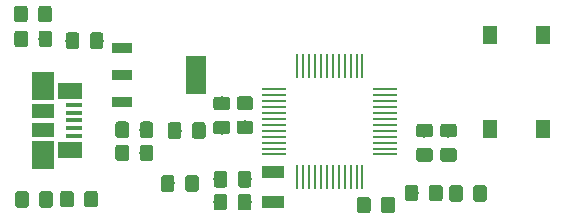
<source format=gbr>
G04 #@! TF.GenerationSoftware,KiCad,Pcbnew,(5.1.4)-1*
G04 #@! TF.CreationDate,2019-09-26T17:39:29-04:00*
G04 #@! TF.ProjectId,samd21-board,73616d64-3231-42d6-926f-6172642e6b69,rev?*
G04 #@! TF.SameCoordinates,Original*
G04 #@! TF.FileFunction,Paste,Top*
G04 #@! TF.FilePolarity,Positive*
%FSLAX46Y46*%
G04 Gerber Fmt 4.6, Leading zero omitted, Abs format (unit mm)*
G04 Created by KiCad (PCBNEW (5.1.4)-1) date 2019-09-26 17:39:29*
%MOMM*%
%LPD*%
G04 APERTURE LIST*
%ADD10R,1.300000X1.550000*%
%ADD11R,1.900000X1.100000*%
%ADD12C,0.100000*%
%ADD13C,1.150000*%
%ADD14R,0.250000X2.000000*%
%ADD15R,2.000000X0.250000*%
%ADD16R,1.380000X0.450000*%
%ADD17R,2.100000X1.475000*%
%ADD18R,1.900000X2.375000*%
%ADD19R,1.900000X1.175000*%
%ADD20R,1.750000X0.950000*%
%ADD21R,1.750000X3.250000*%
G04 APERTURE END LIST*
D10*
X98820800Y-80632400D03*
X98820800Y-88582400D03*
X94320800Y-80632400D03*
X94320800Y-88582400D03*
D11*
X75971400Y-92247400D03*
X75971400Y-94747400D03*
D12*
G36*
X65585705Y-89928404D02*
G01*
X65609973Y-89932004D01*
X65633772Y-89937965D01*
X65656871Y-89946230D01*
X65679050Y-89956720D01*
X65700093Y-89969332D01*
X65719799Y-89983947D01*
X65737977Y-90000423D01*
X65754453Y-90018601D01*
X65769068Y-90038307D01*
X65781680Y-90059350D01*
X65792170Y-90081529D01*
X65800435Y-90104628D01*
X65806396Y-90128427D01*
X65809996Y-90152695D01*
X65811200Y-90177199D01*
X65811200Y-91077201D01*
X65809996Y-91101705D01*
X65806396Y-91125973D01*
X65800435Y-91149772D01*
X65792170Y-91172871D01*
X65781680Y-91195050D01*
X65769068Y-91216093D01*
X65754453Y-91235799D01*
X65737977Y-91253977D01*
X65719799Y-91270453D01*
X65700093Y-91285068D01*
X65679050Y-91297680D01*
X65656871Y-91308170D01*
X65633772Y-91316435D01*
X65609973Y-91322396D01*
X65585705Y-91325996D01*
X65561201Y-91327200D01*
X64911199Y-91327200D01*
X64886695Y-91325996D01*
X64862427Y-91322396D01*
X64838628Y-91316435D01*
X64815529Y-91308170D01*
X64793350Y-91297680D01*
X64772307Y-91285068D01*
X64752601Y-91270453D01*
X64734423Y-91253977D01*
X64717947Y-91235799D01*
X64703332Y-91216093D01*
X64690720Y-91195050D01*
X64680230Y-91172871D01*
X64671965Y-91149772D01*
X64666004Y-91125973D01*
X64662404Y-91101705D01*
X64661200Y-91077201D01*
X64661200Y-90177199D01*
X64662404Y-90152695D01*
X64666004Y-90128427D01*
X64671965Y-90104628D01*
X64680230Y-90081529D01*
X64690720Y-90059350D01*
X64703332Y-90038307D01*
X64717947Y-90018601D01*
X64734423Y-90000423D01*
X64752601Y-89983947D01*
X64772307Y-89969332D01*
X64793350Y-89956720D01*
X64815529Y-89946230D01*
X64838628Y-89937965D01*
X64862427Y-89932004D01*
X64886695Y-89928404D01*
X64911199Y-89927200D01*
X65561201Y-89927200D01*
X65585705Y-89928404D01*
X65585705Y-89928404D01*
G37*
D13*
X65236200Y-90627200D03*
D12*
G36*
X63535705Y-89928404D02*
G01*
X63559973Y-89932004D01*
X63583772Y-89937965D01*
X63606871Y-89946230D01*
X63629050Y-89956720D01*
X63650093Y-89969332D01*
X63669799Y-89983947D01*
X63687977Y-90000423D01*
X63704453Y-90018601D01*
X63719068Y-90038307D01*
X63731680Y-90059350D01*
X63742170Y-90081529D01*
X63750435Y-90104628D01*
X63756396Y-90128427D01*
X63759996Y-90152695D01*
X63761200Y-90177199D01*
X63761200Y-91077201D01*
X63759996Y-91101705D01*
X63756396Y-91125973D01*
X63750435Y-91149772D01*
X63742170Y-91172871D01*
X63731680Y-91195050D01*
X63719068Y-91216093D01*
X63704453Y-91235799D01*
X63687977Y-91253977D01*
X63669799Y-91270453D01*
X63650093Y-91285068D01*
X63629050Y-91297680D01*
X63606871Y-91308170D01*
X63583772Y-91316435D01*
X63559973Y-91322396D01*
X63535705Y-91325996D01*
X63511201Y-91327200D01*
X62861199Y-91327200D01*
X62836695Y-91325996D01*
X62812427Y-91322396D01*
X62788628Y-91316435D01*
X62765529Y-91308170D01*
X62743350Y-91297680D01*
X62722307Y-91285068D01*
X62702601Y-91270453D01*
X62684423Y-91253977D01*
X62667947Y-91235799D01*
X62653332Y-91216093D01*
X62640720Y-91195050D01*
X62630230Y-91172871D01*
X62621965Y-91149772D01*
X62616004Y-91125973D01*
X62612404Y-91101705D01*
X62611200Y-91077201D01*
X62611200Y-90177199D01*
X62612404Y-90152695D01*
X62616004Y-90128427D01*
X62621965Y-90104628D01*
X62630230Y-90081529D01*
X62640720Y-90059350D01*
X62653332Y-90038307D01*
X62667947Y-90018601D01*
X62684423Y-90000423D01*
X62702601Y-89983947D01*
X62722307Y-89969332D01*
X62743350Y-89956720D01*
X62765529Y-89946230D01*
X62788628Y-89937965D01*
X62812427Y-89932004D01*
X62836695Y-89928404D01*
X62861199Y-89927200D01*
X63511201Y-89927200D01*
X63535705Y-89928404D01*
X63535705Y-89928404D01*
G37*
D13*
X63186200Y-90627200D03*
D12*
G36*
X65585705Y-87972604D02*
G01*
X65609973Y-87976204D01*
X65633772Y-87982165D01*
X65656871Y-87990430D01*
X65679050Y-88000920D01*
X65700093Y-88013532D01*
X65719799Y-88028147D01*
X65737977Y-88044623D01*
X65754453Y-88062801D01*
X65769068Y-88082507D01*
X65781680Y-88103550D01*
X65792170Y-88125729D01*
X65800435Y-88148828D01*
X65806396Y-88172627D01*
X65809996Y-88196895D01*
X65811200Y-88221399D01*
X65811200Y-89121401D01*
X65809996Y-89145905D01*
X65806396Y-89170173D01*
X65800435Y-89193972D01*
X65792170Y-89217071D01*
X65781680Y-89239250D01*
X65769068Y-89260293D01*
X65754453Y-89279999D01*
X65737977Y-89298177D01*
X65719799Y-89314653D01*
X65700093Y-89329268D01*
X65679050Y-89341880D01*
X65656871Y-89352370D01*
X65633772Y-89360635D01*
X65609973Y-89366596D01*
X65585705Y-89370196D01*
X65561201Y-89371400D01*
X64911199Y-89371400D01*
X64886695Y-89370196D01*
X64862427Y-89366596D01*
X64838628Y-89360635D01*
X64815529Y-89352370D01*
X64793350Y-89341880D01*
X64772307Y-89329268D01*
X64752601Y-89314653D01*
X64734423Y-89298177D01*
X64717947Y-89279999D01*
X64703332Y-89260293D01*
X64690720Y-89239250D01*
X64680230Y-89217071D01*
X64671965Y-89193972D01*
X64666004Y-89170173D01*
X64662404Y-89145905D01*
X64661200Y-89121401D01*
X64661200Y-88221399D01*
X64662404Y-88196895D01*
X64666004Y-88172627D01*
X64671965Y-88148828D01*
X64680230Y-88125729D01*
X64690720Y-88103550D01*
X64703332Y-88082507D01*
X64717947Y-88062801D01*
X64734423Y-88044623D01*
X64752601Y-88028147D01*
X64772307Y-88013532D01*
X64793350Y-88000920D01*
X64815529Y-87990430D01*
X64838628Y-87982165D01*
X64862427Y-87976204D01*
X64886695Y-87972604D01*
X64911199Y-87971400D01*
X65561201Y-87971400D01*
X65585705Y-87972604D01*
X65585705Y-87972604D01*
G37*
D13*
X65236200Y-88671400D03*
D12*
G36*
X63535705Y-87972604D02*
G01*
X63559973Y-87976204D01*
X63583772Y-87982165D01*
X63606871Y-87990430D01*
X63629050Y-88000920D01*
X63650093Y-88013532D01*
X63669799Y-88028147D01*
X63687977Y-88044623D01*
X63704453Y-88062801D01*
X63719068Y-88082507D01*
X63731680Y-88103550D01*
X63742170Y-88125729D01*
X63750435Y-88148828D01*
X63756396Y-88172627D01*
X63759996Y-88196895D01*
X63761200Y-88221399D01*
X63761200Y-89121401D01*
X63759996Y-89145905D01*
X63756396Y-89170173D01*
X63750435Y-89193972D01*
X63742170Y-89217071D01*
X63731680Y-89239250D01*
X63719068Y-89260293D01*
X63704453Y-89279999D01*
X63687977Y-89298177D01*
X63669799Y-89314653D01*
X63650093Y-89329268D01*
X63629050Y-89341880D01*
X63606871Y-89352370D01*
X63583772Y-89360635D01*
X63559973Y-89366596D01*
X63535705Y-89370196D01*
X63511201Y-89371400D01*
X62861199Y-89371400D01*
X62836695Y-89370196D01*
X62812427Y-89366596D01*
X62788628Y-89360635D01*
X62765529Y-89352370D01*
X62743350Y-89341880D01*
X62722307Y-89329268D01*
X62702601Y-89314653D01*
X62684423Y-89298177D01*
X62667947Y-89279999D01*
X62653332Y-89260293D01*
X62640720Y-89239250D01*
X62630230Y-89217071D01*
X62621965Y-89193972D01*
X62616004Y-89170173D01*
X62612404Y-89145905D01*
X62611200Y-89121401D01*
X62611200Y-88221399D01*
X62612404Y-88196895D01*
X62616004Y-88172627D01*
X62621965Y-88148828D01*
X62630230Y-88125729D01*
X62640720Y-88103550D01*
X62653332Y-88082507D01*
X62667947Y-88062801D01*
X62684423Y-88044623D01*
X62702601Y-88028147D01*
X62722307Y-88013532D01*
X62743350Y-88000920D01*
X62765529Y-87990430D01*
X62788628Y-87982165D01*
X62812427Y-87976204D01*
X62836695Y-87972604D01*
X62861199Y-87971400D01*
X63511201Y-87971400D01*
X63535705Y-87972604D01*
X63535705Y-87972604D01*
G37*
D13*
X63186200Y-88671400D03*
D12*
G36*
X59319305Y-80428804D02*
G01*
X59343573Y-80432404D01*
X59367372Y-80438365D01*
X59390471Y-80446630D01*
X59412650Y-80457120D01*
X59433693Y-80469732D01*
X59453399Y-80484347D01*
X59471577Y-80500823D01*
X59488053Y-80519001D01*
X59502668Y-80538707D01*
X59515280Y-80559750D01*
X59525770Y-80581929D01*
X59534035Y-80605028D01*
X59539996Y-80628827D01*
X59543596Y-80653095D01*
X59544800Y-80677599D01*
X59544800Y-81577601D01*
X59543596Y-81602105D01*
X59539996Y-81626373D01*
X59534035Y-81650172D01*
X59525770Y-81673271D01*
X59515280Y-81695450D01*
X59502668Y-81716493D01*
X59488053Y-81736199D01*
X59471577Y-81754377D01*
X59453399Y-81770853D01*
X59433693Y-81785468D01*
X59412650Y-81798080D01*
X59390471Y-81808570D01*
X59367372Y-81816835D01*
X59343573Y-81822796D01*
X59319305Y-81826396D01*
X59294801Y-81827600D01*
X58644799Y-81827600D01*
X58620295Y-81826396D01*
X58596027Y-81822796D01*
X58572228Y-81816835D01*
X58549129Y-81808570D01*
X58526950Y-81798080D01*
X58505907Y-81785468D01*
X58486201Y-81770853D01*
X58468023Y-81754377D01*
X58451547Y-81736199D01*
X58436932Y-81716493D01*
X58424320Y-81695450D01*
X58413830Y-81673271D01*
X58405565Y-81650172D01*
X58399604Y-81626373D01*
X58396004Y-81602105D01*
X58394800Y-81577601D01*
X58394800Y-80677599D01*
X58396004Y-80653095D01*
X58399604Y-80628827D01*
X58405565Y-80605028D01*
X58413830Y-80581929D01*
X58424320Y-80559750D01*
X58436932Y-80538707D01*
X58451547Y-80519001D01*
X58468023Y-80500823D01*
X58486201Y-80484347D01*
X58505907Y-80469732D01*
X58526950Y-80457120D01*
X58549129Y-80446630D01*
X58572228Y-80438365D01*
X58596027Y-80432404D01*
X58620295Y-80428804D01*
X58644799Y-80427600D01*
X59294801Y-80427600D01*
X59319305Y-80428804D01*
X59319305Y-80428804D01*
G37*
D13*
X58969800Y-81127600D03*
D12*
G36*
X61369305Y-80428804D02*
G01*
X61393573Y-80432404D01*
X61417372Y-80438365D01*
X61440471Y-80446630D01*
X61462650Y-80457120D01*
X61483693Y-80469732D01*
X61503399Y-80484347D01*
X61521577Y-80500823D01*
X61538053Y-80519001D01*
X61552668Y-80538707D01*
X61565280Y-80559750D01*
X61575770Y-80581929D01*
X61584035Y-80605028D01*
X61589996Y-80628827D01*
X61593596Y-80653095D01*
X61594800Y-80677599D01*
X61594800Y-81577601D01*
X61593596Y-81602105D01*
X61589996Y-81626373D01*
X61584035Y-81650172D01*
X61575770Y-81673271D01*
X61565280Y-81695450D01*
X61552668Y-81716493D01*
X61538053Y-81736199D01*
X61521577Y-81754377D01*
X61503399Y-81770853D01*
X61483693Y-81785468D01*
X61462650Y-81798080D01*
X61440471Y-81808570D01*
X61417372Y-81816835D01*
X61393573Y-81822796D01*
X61369305Y-81826396D01*
X61344801Y-81827600D01*
X60694799Y-81827600D01*
X60670295Y-81826396D01*
X60646027Y-81822796D01*
X60622228Y-81816835D01*
X60599129Y-81808570D01*
X60576950Y-81798080D01*
X60555907Y-81785468D01*
X60536201Y-81770853D01*
X60518023Y-81754377D01*
X60501547Y-81736199D01*
X60486932Y-81716493D01*
X60474320Y-81695450D01*
X60463830Y-81673271D01*
X60455565Y-81650172D01*
X60449604Y-81626373D01*
X60446004Y-81602105D01*
X60444800Y-81577601D01*
X60444800Y-80677599D01*
X60446004Y-80653095D01*
X60449604Y-80628827D01*
X60455565Y-80605028D01*
X60463830Y-80581929D01*
X60474320Y-80559750D01*
X60486932Y-80538707D01*
X60501547Y-80519001D01*
X60518023Y-80500823D01*
X60536201Y-80484347D01*
X60555907Y-80469732D01*
X60576950Y-80457120D01*
X60599129Y-80446630D01*
X60622228Y-80438365D01*
X60646027Y-80432404D01*
X60670295Y-80428804D01*
X60694799Y-80427600D01*
X61344801Y-80427600D01*
X61369305Y-80428804D01*
X61369305Y-80428804D01*
G37*
D13*
X61019800Y-81127600D03*
D14*
X78022000Y-92711000D03*
X78522000Y-92711000D03*
X79022000Y-92711000D03*
X79522000Y-92711000D03*
X80022000Y-92711000D03*
X80522000Y-92711000D03*
X81022000Y-92711000D03*
X81522000Y-92711000D03*
X82022000Y-92711000D03*
X82522000Y-92711000D03*
X83022000Y-92711000D03*
X83522000Y-92711000D03*
D15*
X85472000Y-90761000D03*
X85472000Y-90261000D03*
X85472000Y-89761000D03*
X85472000Y-89261000D03*
X85472000Y-88761000D03*
X85472000Y-88261000D03*
X85472000Y-87761000D03*
X85472000Y-87261000D03*
X85472000Y-86761000D03*
X85472000Y-86261000D03*
X85472000Y-85761000D03*
X85472000Y-85261000D03*
D14*
X83522000Y-83311000D03*
X83022000Y-83311000D03*
X82522000Y-83311000D03*
X82022000Y-83311000D03*
X81522000Y-83311000D03*
X81022000Y-83311000D03*
X80522000Y-83311000D03*
X80022000Y-83311000D03*
X79522000Y-83311000D03*
X79022000Y-83311000D03*
X78522000Y-83311000D03*
X78022000Y-83311000D03*
D15*
X76072000Y-85261000D03*
X76072000Y-85761000D03*
X76072000Y-86261000D03*
X76072000Y-86761000D03*
X76072000Y-87261000D03*
X76072000Y-87761000D03*
X76072000Y-88261000D03*
X76072000Y-88761000D03*
X76072000Y-89261000D03*
X76072000Y-89761000D03*
X76072000Y-90261000D03*
X76072000Y-90761000D03*
D12*
G36*
X93830505Y-93357404D02*
G01*
X93854773Y-93361004D01*
X93878572Y-93366965D01*
X93901671Y-93375230D01*
X93923850Y-93385720D01*
X93944893Y-93398332D01*
X93964599Y-93412947D01*
X93982777Y-93429423D01*
X93999253Y-93447601D01*
X94013868Y-93467307D01*
X94026480Y-93488350D01*
X94036970Y-93510529D01*
X94045235Y-93533628D01*
X94051196Y-93557427D01*
X94054796Y-93581695D01*
X94056000Y-93606199D01*
X94056000Y-94506201D01*
X94054796Y-94530705D01*
X94051196Y-94554973D01*
X94045235Y-94578772D01*
X94036970Y-94601871D01*
X94026480Y-94624050D01*
X94013868Y-94645093D01*
X93999253Y-94664799D01*
X93982777Y-94682977D01*
X93964599Y-94699453D01*
X93944893Y-94714068D01*
X93923850Y-94726680D01*
X93901671Y-94737170D01*
X93878572Y-94745435D01*
X93854773Y-94751396D01*
X93830505Y-94754996D01*
X93806001Y-94756200D01*
X93155999Y-94756200D01*
X93131495Y-94754996D01*
X93107227Y-94751396D01*
X93083428Y-94745435D01*
X93060329Y-94737170D01*
X93038150Y-94726680D01*
X93017107Y-94714068D01*
X92997401Y-94699453D01*
X92979223Y-94682977D01*
X92962747Y-94664799D01*
X92948132Y-94645093D01*
X92935520Y-94624050D01*
X92925030Y-94601871D01*
X92916765Y-94578772D01*
X92910804Y-94554973D01*
X92907204Y-94530705D01*
X92906000Y-94506201D01*
X92906000Y-93606199D01*
X92907204Y-93581695D01*
X92910804Y-93557427D01*
X92916765Y-93533628D01*
X92925030Y-93510529D01*
X92935520Y-93488350D01*
X92948132Y-93467307D01*
X92962747Y-93447601D01*
X92979223Y-93429423D01*
X92997401Y-93412947D01*
X93017107Y-93398332D01*
X93038150Y-93385720D01*
X93060329Y-93375230D01*
X93083428Y-93366965D01*
X93107227Y-93361004D01*
X93131495Y-93357404D01*
X93155999Y-93356200D01*
X93806001Y-93356200D01*
X93830505Y-93357404D01*
X93830505Y-93357404D01*
G37*
D13*
X93481000Y-94056200D03*
D12*
G36*
X91780505Y-93357404D02*
G01*
X91804773Y-93361004D01*
X91828572Y-93366965D01*
X91851671Y-93375230D01*
X91873850Y-93385720D01*
X91894893Y-93398332D01*
X91914599Y-93412947D01*
X91932777Y-93429423D01*
X91949253Y-93447601D01*
X91963868Y-93467307D01*
X91976480Y-93488350D01*
X91986970Y-93510529D01*
X91995235Y-93533628D01*
X92001196Y-93557427D01*
X92004796Y-93581695D01*
X92006000Y-93606199D01*
X92006000Y-94506201D01*
X92004796Y-94530705D01*
X92001196Y-94554973D01*
X91995235Y-94578772D01*
X91986970Y-94601871D01*
X91976480Y-94624050D01*
X91963868Y-94645093D01*
X91949253Y-94664799D01*
X91932777Y-94682977D01*
X91914599Y-94699453D01*
X91894893Y-94714068D01*
X91873850Y-94726680D01*
X91851671Y-94737170D01*
X91828572Y-94745435D01*
X91804773Y-94751396D01*
X91780505Y-94754996D01*
X91756001Y-94756200D01*
X91105999Y-94756200D01*
X91081495Y-94754996D01*
X91057227Y-94751396D01*
X91033428Y-94745435D01*
X91010329Y-94737170D01*
X90988150Y-94726680D01*
X90967107Y-94714068D01*
X90947401Y-94699453D01*
X90929223Y-94682977D01*
X90912747Y-94664799D01*
X90898132Y-94645093D01*
X90885520Y-94624050D01*
X90875030Y-94601871D01*
X90866765Y-94578772D01*
X90860804Y-94554973D01*
X90857204Y-94530705D01*
X90856000Y-94506201D01*
X90856000Y-93606199D01*
X90857204Y-93581695D01*
X90860804Y-93557427D01*
X90866765Y-93533628D01*
X90875030Y-93510529D01*
X90885520Y-93488350D01*
X90898132Y-93467307D01*
X90912747Y-93447601D01*
X90929223Y-93429423D01*
X90947401Y-93412947D01*
X90967107Y-93398332D01*
X90988150Y-93385720D01*
X91010329Y-93375230D01*
X91033428Y-93366965D01*
X91057227Y-93361004D01*
X91081495Y-93357404D01*
X91105999Y-93356200D01*
X91756001Y-93356200D01*
X91780505Y-93357404D01*
X91780505Y-93357404D01*
G37*
D13*
X91431000Y-94056200D03*
D12*
G36*
X83982705Y-94335304D02*
G01*
X84006973Y-94338904D01*
X84030772Y-94344865D01*
X84053871Y-94353130D01*
X84076050Y-94363620D01*
X84097093Y-94376232D01*
X84116799Y-94390847D01*
X84134977Y-94407323D01*
X84151453Y-94425501D01*
X84166068Y-94445207D01*
X84178680Y-94466250D01*
X84189170Y-94488429D01*
X84197435Y-94511528D01*
X84203396Y-94535327D01*
X84206996Y-94559595D01*
X84208200Y-94584099D01*
X84208200Y-95484101D01*
X84206996Y-95508605D01*
X84203396Y-95532873D01*
X84197435Y-95556672D01*
X84189170Y-95579771D01*
X84178680Y-95601950D01*
X84166068Y-95622993D01*
X84151453Y-95642699D01*
X84134977Y-95660877D01*
X84116799Y-95677353D01*
X84097093Y-95691968D01*
X84076050Y-95704580D01*
X84053871Y-95715070D01*
X84030772Y-95723335D01*
X84006973Y-95729296D01*
X83982705Y-95732896D01*
X83958201Y-95734100D01*
X83308199Y-95734100D01*
X83283695Y-95732896D01*
X83259427Y-95729296D01*
X83235628Y-95723335D01*
X83212529Y-95715070D01*
X83190350Y-95704580D01*
X83169307Y-95691968D01*
X83149601Y-95677353D01*
X83131423Y-95660877D01*
X83114947Y-95642699D01*
X83100332Y-95622993D01*
X83087720Y-95601950D01*
X83077230Y-95579771D01*
X83068965Y-95556672D01*
X83063004Y-95532873D01*
X83059404Y-95508605D01*
X83058200Y-95484101D01*
X83058200Y-94584099D01*
X83059404Y-94559595D01*
X83063004Y-94535327D01*
X83068965Y-94511528D01*
X83077230Y-94488429D01*
X83087720Y-94466250D01*
X83100332Y-94445207D01*
X83114947Y-94425501D01*
X83131423Y-94407323D01*
X83149601Y-94390847D01*
X83169307Y-94376232D01*
X83190350Y-94363620D01*
X83212529Y-94353130D01*
X83235628Y-94344865D01*
X83259427Y-94338904D01*
X83283695Y-94335304D01*
X83308199Y-94334100D01*
X83958201Y-94334100D01*
X83982705Y-94335304D01*
X83982705Y-94335304D01*
G37*
D13*
X83633200Y-95034100D03*
D12*
G36*
X86032705Y-94335304D02*
G01*
X86056973Y-94338904D01*
X86080772Y-94344865D01*
X86103871Y-94353130D01*
X86126050Y-94363620D01*
X86147093Y-94376232D01*
X86166799Y-94390847D01*
X86184977Y-94407323D01*
X86201453Y-94425501D01*
X86216068Y-94445207D01*
X86228680Y-94466250D01*
X86239170Y-94488429D01*
X86247435Y-94511528D01*
X86253396Y-94535327D01*
X86256996Y-94559595D01*
X86258200Y-94584099D01*
X86258200Y-95484101D01*
X86256996Y-95508605D01*
X86253396Y-95532873D01*
X86247435Y-95556672D01*
X86239170Y-95579771D01*
X86228680Y-95601950D01*
X86216068Y-95622993D01*
X86201453Y-95642699D01*
X86184977Y-95660877D01*
X86166799Y-95677353D01*
X86147093Y-95691968D01*
X86126050Y-95704580D01*
X86103871Y-95715070D01*
X86080772Y-95723335D01*
X86056973Y-95729296D01*
X86032705Y-95732896D01*
X86008201Y-95734100D01*
X85358199Y-95734100D01*
X85333695Y-95732896D01*
X85309427Y-95729296D01*
X85285628Y-95723335D01*
X85262529Y-95715070D01*
X85240350Y-95704580D01*
X85219307Y-95691968D01*
X85199601Y-95677353D01*
X85181423Y-95660877D01*
X85164947Y-95642699D01*
X85150332Y-95622993D01*
X85137720Y-95601950D01*
X85127230Y-95579771D01*
X85118965Y-95556672D01*
X85113004Y-95532873D01*
X85109404Y-95508605D01*
X85108200Y-95484101D01*
X85108200Y-94584099D01*
X85109404Y-94559595D01*
X85113004Y-94535327D01*
X85118965Y-94511528D01*
X85127230Y-94488429D01*
X85137720Y-94466250D01*
X85150332Y-94445207D01*
X85164947Y-94425501D01*
X85181423Y-94407323D01*
X85199601Y-94390847D01*
X85219307Y-94376232D01*
X85240350Y-94363620D01*
X85262529Y-94353130D01*
X85285628Y-94344865D01*
X85309427Y-94338904D01*
X85333695Y-94335304D01*
X85358199Y-94334100D01*
X86008201Y-94334100D01*
X86032705Y-94335304D01*
X86032705Y-94335304D01*
G37*
D13*
X85683200Y-95034100D03*
D12*
G36*
X73904205Y-92163604D02*
G01*
X73928473Y-92167204D01*
X73952272Y-92173165D01*
X73975371Y-92181430D01*
X73997550Y-92191920D01*
X74018593Y-92204532D01*
X74038299Y-92219147D01*
X74056477Y-92235623D01*
X74072953Y-92253801D01*
X74087568Y-92273507D01*
X74100180Y-92294550D01*
X74110670Y-92316729D01*
X74118935Y-92339828D01*
X74124896Y-92363627D01*
X74128496Y-92387895D01*
X74129700Y-92412399D01*
X74129700Y-93312401D01*
X74128496Y-93336905D01*
X74124896Y-93361173D01*
X74118935Y-93384972D01*
X74110670Y-93408071D01*
X74100180Y-93430250D01*
X74087568Y-93451293D01*
X74072953Y-93470999D01*
X74056477Y-93489177D01*
X74038299Y-93505653D01*
X74018593Y-93520268D01*
X73997550Y-93532880D01*
X73975371Y-93543370D01*
X73952272Y-93551635D01*
X73928473Y-93557596D01*
X73904205Y-93561196D01*
X73879701Y-93562400D01*
X73229699Y-93562400D01*
X73205195Y-93561196D01*
X73180927Y-93557596D01*
X73157128Y-93551635D01*
X73134029Y-93543370D01*
X73111850Y-93532880D01*
X73090807Y-93520268D01*
X73071101Y-93505653D01*
X73052923Y-93489177D01*
X73036447Y-93470999D01*
X73021832Y-93451293D01*
X73009220Y-93430250D01*
X72998730Y-93408071D01*
X72990465Y-93384972D01*
X72984504Y-93361173D01*
X72980904Y-93336905D01*
X72979700Y-93312401D01*
X72979700Y-92412399D01*
X72980904Y-92387895D01*
X72984504Y-92363627D01*
X72990465Y-92339828D01*
X72998730Y-92316729D01*
X73009220Y-92294550D01*
X73021832Y-92273507D01*
X73036447Y-92253801D01*
X73052923Y-92235623D01*
X73071101Y-92219147D01*
X73090807Y-92204532D01*
X73111850Y-92191920D01*
X73134029Y-92181430D01*
X73157128Y-92173165D01*
X73180927Y-92167204D01*
X73205195Y-92163604D01*
X73229699Y-92162400D01*
X73879701Y-92162400D01*
X73904205Y-92163604D01*
X73904205Y-92163604D01*
G37*
D13*
X73554700Y-92862400D03*
D12*
G36*
X71854205Y-92163604D02*
G01*
X71878473Y-92167204D01*
X71902272Y-92173165D01*
X71925371Y-92181430D01*
X71947550Y-92191920D01*
X71968593Y-92204532D01*
X71988299Y-92219147D01*
X72006477Y-92235623D01*
X72022953Y-92253801D01*
X72037568Y-92273507D01*
X72050180Y-92294550D01*
X72060670Y-92316729D01*
X72068935Y-92339828D01*
X72074896Y-92363627D01*
X72078496Y-92387895D01*
X72079700Y-92412399D01*
X72079700Y-93312401D01*
X72078496Y-93336905D01*
X72074896Y-93361173D01*
X72068935Y-93384972D01*
X72060670Y-93408071D01*
X72050180Y-93430250D01*
X72037568Y-93451293D01*
X72022953Y-93470999D01*
X72006477Y-93489177D01*
X71988299Y-93505653D01*
X71968593Y-93520268D01*
X71947550Y-93532880D01*
X71925371Y-93543370D01*
X71902272Y-93551635D01*
X71878473Y-93557596D01*
X71854205Y-93561196D01*
X71829701Y-93562400D01*
X71179699Y-93562400D01*
X71155195Y-93561196D01*
X71130927Y-93557596D01*
X71107128Y-93551635D01*
X71084029Y-93543370D01*
X71061850Y-93532880D01*
X71040807Y-93520268D01*
X71021101Y-93505653D01*
X71002923Y-93489177D01*
X70986447Y-93470999D01*
X70971832Y-93451293D01*
X70959220Y-93430250D01*
X70948730Y-93408071D01*
X70940465Y-93384972D01*
X70934504Y-93361173D01*
X70930904Y-93336905D01*
X70929700Y-93312401D01*
X70929700Y-92412399D01*
X70930904Y-92387895D01*
X70934504Y-92363627D01*
X70940465Y-92339828D01*
X70948730Y-92316729D01*
X70959220Y-92294550D01*
X70971832Y-92273507D01*
X70986447Y-92253801D01*
X71002923Y-92235623D01*
X71021101Y-92219147D01*
X71040807Y-92204532D01*
X71061850Y-92191920D01*
X71084029Y-92181430D01*
X71107128Y-92173165D01*
X71130927Y-92167204D01*
X71155195Y-92163604D01*
X71179699Y-92162400D01*
X71829701Y-92162400D01*
X71854205Y-92163604D01*
X71854205Y-92163604D01*
G37*
D13*
X71504700Y-92862400D03*
D12*
G36*
X71841505Y-94106704D02*
G01*
X71865773Y-94110304D01*
X71889572Y-94116265D01*
X71912671Y-94124530D01*
X71934850Y-94135020D01*
X71955893Y-94147632D01*
X71975599Y-94162247D01*
X71993777Y-94178723D01*
X72010253Y-94196901D01*
X72024868Y-94216607D01*
X72037480Y-94237650D01*
X72047970Y-94259829D01*
X72056235Y-94282928D01*
X72062196Y-94306727D01*
X72065796Y-94330995D01*
X72067000Y-94355499D01*
X72067000Y-95255501D01*
X72065796Y-95280005D01*
X72062196Y-95304273D01*
X72056235Y-95328072D01*
X72047970Y-95351171D01*
X72037480Y-95373350D01*
X72024868Y-95394393D01*
X72010253Y-95414099D01*
X71993777Y-95432277D01*
X71975599Y-95448753D01*
X71955893Y-95463368D01*
X71934850Y-95475980D01*
X71912671Y-95486470D01*
X71889572Y-95494735D01*
X71865773Y-95500696D01*
X71841505Y-95504296D01*
X71817001Y-95505500D01*
X71166999Y-95505500D01*
X71142495Y-95504296D01*
X71118227Y-95500696D01*
X71094428Y-95494735D01*
X71071329Y-95486470D01*
X71049150Y-95475980D01*
X71028107Y-95463368D01*
X71008401Y-95448753D01*
X70990223Y-95432277D01*
X70973747Y-95414099D01*
X70959132Y-95394393D01*
X70946520Y-95373350D01*
X70936030Y-95351171D01*
X70927765Y-95328072D01*
X70921804Y-95304273D01*
X70918204Y-95280005D01*
X70917000Y-95255501D01*
X70917000Y-94355499D01*
X70918204Y-94330995D01*
X70921804Y-94306727D01*
X70927765Y-94282928D01*
X70936030Y-94259829D01*
X70946520Y-94237650D01*
X70959132Y-94216607D01*
X70973747Y-94196901D01*
X70990223Y-94178723D01*
X71008401Y-94162247D01*
X71028107Y-94147632D01*
X71049150Y-94135020D01*
X71071329Y-94124530D01*
X71094428Y-94116265D01*
X71118227Y-94110304D01*
X71142495Y-94106704D01*
X71166999Y-94105500D01*
X71817001Y-94105500D01*
X71841505Y-94106704D01*
X71841505Y-94106704D01*
G37*
D13*
X71492000Y-94805500D03*
D12*
G36*
X73891505Y-94106704D02*
G01*
X73915773Y-94110304D01*
X73939572Y-94116265D01*
X73962671Y-94124530D01*
X73984850Y-94135020D01*
X74005893Y-94147632D01*
X74025599Y-94162247D01*
X74043777Y-94178723D01*
X74060253Y-94196901D01*
X74074868Y-94216607D01*
X74087480Y-94237650D01*
X74097970Y-94259829D01*
X74106235Y-94282928D01*
X74112196Y-94306727D01*
X74115796Y-94330995D01*
X74117000Y-94355499D01*
X74117000Y-95255501D01*
X74115796Y-95280005D01*
X74112196Y-95304273D01*
X74106235Y-95328072D01*
X74097970Y-95351171D01*
X74087480Y-95373350D01*
X74074868Y-95394393D01*
X74060253Y-95414099D01*
X74043777Y-95432277D01*
X74025599Y-95448753D01*
X74005893Y-95463368D01*
X73984850Y-95475980D01*
X73962671Y-95486470D01*
X73939572Y-95494735D01*
X73915773Y-95500696D01*
X73891505Y-95504296D01*
X73867001Y-95505500D01*
X73216999Y-95505500D01*
X73192495Y-95504296D01*
X73168227Y-95500696D01*
X73144428Y-95494735D01*
X73121329Y-95486470D01*
X73099150Y-95475980D01*
X73078107Y-95463368D01*
X73058401Y-95448753D01*
X73040223Y-95432277D01*
X73023747Y-95414099D01*
X73009132Y-95394393D01*
X72996520Y-95373350D01*
X72986030Y-95351171D01*
X72977765Y-95328072D01*
X72971804Y-95304273D01*
X72968204Y-95280005D01*
X72967000Y-95255501D01*
X72967000Y-94355499D01*
X72968204Y-94330995D01*
X72971804Y-94306727D01*
X72977765Y-94282928D01*
X72986030Y-94259829D01*
X72996520Y-94237650D01*
X73009132Y-94216607D01*
X73023747Y-94196901D01*
X73040223Y-94178723D01*
X73058401Y-94162247D01*
X73078107Y-94147632D01*
X73099150Y-94135020D01*
X73121329Y-94124530D01*
X73144428Y-94116265D01*
X73168227Y-94110304D01*
X73192495Y-94106704D01*
X73216999Y-94105500D01*
X73867001Y-94105500D01*
X73891505Y-94106704D01*
X73891505Y-94106704D01*
G37*
D13*
X73542000Y-94805500D03*
D12*
G36*
X72077105Y-85866104D02*
G01*
X72101373Y-85869704D01*
X72125172Y-85875665D01*
X72148271Y-85883930D01*
X72170450Y-85894420D01*
X72191493Y-85907032D01*
X72211199Y-85921647D01*
X72229377Y-85938123D01*
X72245853Y-85956301D01*
X72260468Y-85976007D01*
X72273080Y-85997050D01*
X72283570Y-86019229D01*
X72291835Y-86042328D01*
X72297796Y-86066127D01*
X72301396Y-86090395D01*
X72302600Y-86114899D01*
X72302600Y-86764901D01*
X72301396Y-86789405D01*
X72297796Y-86813673D01*
X72291835Y-86837472D01*
X72283570Y-86860571D01*
X72273080Y-86882750D01*
X72260468Y-86903793D01*
X72245853Y-86923499D01*
X72229377Y-86941677D01*
X72211199Y-86958153D01*
X72191493Y-86972768D01*
X72170450Y-86985380D01*
X72148271Y-86995870D01*
X72125172Y-87004135D01*
X72101373Y-87010096D01*
X72077105Y-87013696D01*
X72052601Y-87014900D01*
X71152599Y-87014900D01*
X71128095Y-87013696D01*
X71103827Y-87010096D01*
X71080028Y-87004135D01*
X71056929Y-86995870D01*
X71034750Y-86985380D01*
X71013707Y-86972768D01*
X70994001Y-86958153D01*
X70975823Y-86941677D01*
X70959347Y-86923499D01*
X70944732Y-86903793D01*
X70932120Y-86882750D01*
X70921630Y-86860571D01*
X70913365Y-86837472D01*
X70907404Y-86813673D01*
X70903804Y-86789405D01*
X70902600Y-86764901D01*
X70902600Y-86114899D01*
X70903804Y-86090395D01*
X70907404Y-86066127D01*
X70913365Y-86042328D01*
X70921630Y-86019229D01*
X70932120Y-85997050D01*
X70944732Y-85976007D01*
X70959347Y-85956301D01*
X70975823Y-85938123D01*
X70994001Y-85921647D01*
X71013707Y-85907032D01*
X71034750Y-85894420D01*
X71056929Y-85883930D01*
X71080028Y-85875665D01*
X71103827Y-85869704D01*
X71128095Y-85866104D01*
X71152599Y-85864900D01*
X72052601Y-85864900D01*
X72077105Y-85866104D01*
X72077105Y-85866104D01*
G37*
D13*
X71602600Y-86439900D03*
D12*
G36*
X72077105Y-87916104D02*
G01*
X72101373Y-87919704D01*
X72125172Y-87925665D01*
X72148271Y-87933930D01*
X72170450Y-87944420D01*
X72191493Y-87957032D01*
X72211199Y-87971647D01*
X72229377Y-87988123D01*
X72245853Y-88006301D01*
X72260468Y-88026007D01*
X72273080Y-88047050D01*
X72283570Y-88069229D01*
X72291835Y-88092328D01*
X72297796Y-88116127D01*
X72301396Y-88140395D01*
X72302600Y-88164899D01*
X72302600Y-88814901D01*
X72301396Y-88839405D01*
X72297796Y-88863673D01*
X72291835Y-88887472D01*
X72283570Y-88910571D01*
X72273080Y-88932750D01*
X72260468Y-88953793D01*
X72245853Y-88973499D01*
X72229377Y-88991677D01*
X72211199Y-89008153D01*
X72191493Y-89022768D01*
X72170450Y-89035380D01*
X72148271Y-89045870D01*
X72125172Y-89054135D01*
X72101373Y-89060096D01*
X72077105Y-89063696D01*
X72052601Y-89064900D01*
X71152599Y-89064900D01*
X71128095Y-89063696D01*
X71103827Y-89060096D01*
X71080028Y-89054135D01*
X71056929Y-89045870D01*
X71034750Y-89035380D01*
X71013707Y-89022768D01*
X70994001Y-89008153D01*
X70975823Y-88991677D01*
X70959347Y-88973499D01*
X70944732Y-88953793D01*
X70932120Y-88932750D01*
X70921630Y-88910571D01*
X70913365Y-88887472D01*
X70907404Y-88863673D01*
X70903804Y-88839405D01*
X70902600Y-88814901D01*
X70902600Y-88164899D01*
X70903804Y-88140395D01*
X70907404Y-88116127D01*
X70913365Y-88092328D01*
X70921630Y-88069229D01*
X70932120Y-88047050D01*
X70944732Y-88026007D01*
X70959347Y-88006301D01*
X70975823Y-87988123D01*
X70994001Y-87971647D01*
X71013707Y-87957032D01*
X71034750Y-87944420D01*
X71056929Y-87933930D01*
X71080028Y-87925665D01*
X71103827Y-87919704D01*
X71128095Y-87916104D01*
X71152599Y-87914900D01*
X72052601Y-87914900D01*
X72077105Y-87916104D01*
X72077105Y-87916104D01*
G37*
D13*
X71602600Y-88489900D03*
D12*
G36*
X74045605Y-87890704D02*
G01*
X74069873Y-87894304D01*
X74093672Y-87900265D01*
X74116771Y-87908530D01*
X74138950Y-87919020D01*
X74159993Y-87931632D01*
X74179699Y-87946247D01*
X74197877Y-87962723D01*
X74214353Y-87980901D01*
X74228968Y-88000607D01*
X74241580Y-88021650D01*
X74252070Y-88043829D01*
X74260335Y-88066928D01*
X74266296Y-88090727D01*
X74269896Y-88114995D01*
X74271100Y-88139499D01*
X74271100Y-88789501D01*
X74269896Y-88814005D01*
X74266296Y-88838273D01*
X74260335Y-88862072D01*
X74252070Y-88885171D01*
X74241580Y-88907350D01*
X74228968Y-88928393D01*
X74214353Y-88948099D01*
X74197877Y-88966277D01*
X74179699Y-88982753D01*
X74159993Y-88997368D01*
X74138950Y-89009980D01*
X74116771Y-89020470D01*
X74093672Y-89028735D01*
X74069873Y-89034696D01*
X74045605Y-89038296D01*
X74021101Y-89039500D01*
X73121099Y-89039500D01*
X73096595Y-89038296D01*
X73072327Y-89034696D01*
X73048528Y-89028735D01*
X73025429Y-89020470D01*
X73003250Y-89009980D01*
X72982207Y-88997368D01*
X72962501Y-88982753D01*
X72944323Y-88966277D01*
X72927847Y-88948099D01*
X72913232Y-88928393D01*
X72900620Y-88907350D01*
X72890130Y-88885171D01*
X72881865Y-88862072D01*
X72875904Y-88838273D01*
X72872304Y-88814005D01*
X72871100Y-88789501D01*
X72871100Y-88139499D01*
X72872304Y-88114995D01*
X72875904Y-88090727D01*
X72881865Y-88066928D01*
X72890130Y-88043829D01*
X72900620Y-88021650D01*
X72913232Y-88000607D01*
X72927847Y-87980901D01*
X72944323Y-87962723D01*
X72962501Y-87946247D01*
X72982207Y-87931632D01*
X73003250Y-87919020D01*
X73025429Y-87908530D01*
X73048528Y-87900265D01*
X73072327Y-87894304D01*
X73096595Y-87890704D01*
X73121099Y-87889500D01*
X74021101Y-87889500D01*
X74045605Y-87890704D01*
X74045605Y-87890704D01*
G37*
D13*
X73571100Y-88464500D03*
D12*
G36*
X74045605Y-85840704D02*
G01*
X74069873Y-85844304D01*
X74093672Y-85850265D01*
X74116771Y-85858530D01*
X74138950Y-85869020D01*
X74159993Y-85881632D01*
X74179699Y-85896247D01*
X74197877Y-85912723D01*
X74214353Y-85930901D01*
X74228968Y-85950607D01*
X74241580Y-85971650D01*
X74252070Y-85993829D01*
X74260335Y-86016928D01*
X74266296Y-86040727D01*
X74269896Y-86064995D01*
X74271100Y-86089499D01*
X74271100Y-86739501D01*
X74269896Y-86764005D01*
X74266296Y-86788273D01*
X74260335Y-86812072D01*
X74252070Y-86835171D01*
X74241580Y-86857350D01*
X74228968Y-86878393D01*
X74214353Y-86898099D01*
X74197877Y-86916277D01*
X74179699Y-86932753D01*
X74159993Y-86947368D01*
X74138950Y-86959980D01*
X74116771Y-86970470D01*
X74093672Y-86978735D01*
X74069873Y-86984696D01*
X74045605Y-86988296D01*
X74021101Y-86989500D01*
X73121099Y-86989500D01*
X73096595Y-86988296D01*
X73072327Y-86984696D01*
X73048528Y-86978735D01*
X73025429Y-86970470D01*
X73003250Y-86959980D01*
X72982207Y-86947368D01*
X72962501Y-86932753D01*
X72944323Y-86916277D01*
X72927847Y-86898099D01*
X72913232Y-86878393D01*
X72900620Y-86857350D01*
X72890130Y-86835171D01*
X72881865Y-86812072D01*
X72875904Y-86788273D01*
X72872304Y-86764005D01*
X72871100Y-86739501D01*
X72871100Y-86089499D01*
X72872304Y-86064995D01*
X72875904Y-86040727D01*
X72881865Y-86016928D01*
X72890130Y-85993829D01*
X72900620Y-85971650D01*
X72913232Y-85950607D01*
X72927847Y-85930901D01*
X72944323Y-85912723D01*
X72962501Y-85896247D01*
X72982207Y-85881632D01*
X73003250Y-85869020D01*
X73025429Y-85858530D01*
X73048528Y-85850265D01*
X73072327Y-85844304D01*
X73096595Y-85840704D01*
X73121099Y-85839500D01*
X74021101Y-85839500D01*
X74045605Y-85840704D01*
X74045605Y-85840704D01*
G37*
D13*
X73571100Y-86414500D03*
D12*
G36*
X67968005Y-88036104D02*
G01*
X67992273Y-88039704D01*
X68016072Y-88045665D01*
X68039171Y-88053930D01*
X68061350Y-88064420D01*
X68082393Y-88077032D01*
X68102099Y-88091647D01*
X68120277Y-88108123D01*
X68136753Y-88126301D01*
X68151368Y-88146007D01*
X68163980Y-88167050D01*
X68174470Y-88189229D01*
X68182735Y-88212328D01*
X68188696Y-88236127D01*
X68192296Y-88260395D01*
X68193500Y-88284899D01*
X68193500Y-89184901D01*
X68192296Y-89209405D01*
X68188696Y-89233673D01*
X68182735Y-89257472D01*
X68174470Y-89280571D01*
X68163980Y-89302750D01*
X68151368Y-89323793D01*
X68136753Y-89343499D01*
X68120277Y-89361677D01*
X68102099Y-89378153D01*
X68082393Y-89392768D01*
X68061350Y-89405380D01*
X68039171Y-89415870D01*
X68016072Y-89424135D01*
X67992273Y-89430096D01*
X67968005Y-89433696D01*
X67943501Y-89434900D01*
X67293499Y-89434900D01*
X67268995Y-89433696D01*
X67244727Y-89430096D01*
X67220928Y-89424135D01*
X67197829Y-89415870D01*
X67175650Y-89405380D01*
X67154607Y-89392768D01*
X67134901Y-89378153D01*
X67116723Y-89361677D01*
X67100247Y-89343499D01*
X67085632Y-89323793D01*
X67073020Y-89302750D01*
X67062530Y-89280571D01*
X67054265Y-89257472D01*
X67048304Y-89233673D01*
X67044704Y-89209405D01*
X67043500Y-89184901D01*
X67043500Y-88284899D01*
X67044704Y-88260395D01*
X67048304Y-88236127D01*
X67054265Y-88212328D01*
X67062530Y-88189229D01*
X67073020Y-88167050D01*
X67085632Y-88146007D01*
X67100247Y-88126301D01*
X67116723Y-88108123D01*
X67134901Y-88091647D01*
X67154607Y-88077032D01*
X67175650Y-88064420D01*
X67197829Y-88053930D01*
X67220928Y-88045665D01*
X67244727Y-88039704D01*
X67268995Y-88036104D01*
X67293499Y-88034900D01*
X67943501Y-88034900D01*
X67968005Y-88036104D01*
X67968005Y-88036104D01*
G37*
D13*
X67618500Y-88734900D03*
D12*
G36*
X70018005Y-88036104D02*
G01*
X70042273Y-88039704D01*
X70066072Y-88045665D01*
X70089171Y-88053930D01*
X70111350Y-88064420D01*
X70132393Y-88077032D01*
X70152099Y-88091647D01*
X70170277Y-88108123D01*
X70186753Y-88126301D01*
X70201368Y-88146007D01*
X70213980Y-88167050D01*
X70224470Y-88189229D01*
X70232735Y-88212328D01*
X70238696Y-88236127D01*
X70242296Y-88260395D01*
X70243500Y-88284899D01*
X70243500Y-89184901D01*
X70242296Y-89209405D01*
X70238696Y-89233673D01*
X70232735Y-89257472D01*
X70224470Y-89280571D01*
X70213980Y-89302750D01*
X70201368Y-89323793D01*
X70186753Y-89343499D01*
X70170277Y-89361677D01*
X70152099Y-89378153D01*
X70132393Y-89392768D01*
X70111350Y-89405380D01*
X70089171Y-89415870D01*
X70066072Y-89424135D01*
X70042273Y-89430096D01*
X70018005Y-89433696D01*
X69993501Y-89434900D01*
X69343499Y-89434900D01*
X69318995Y-89433696D01*
X69294727Y-89430096D01*
X69270928Y-89424135D01*
X69247829Y-89415870D01*
X69225650Y-89405380D01*
X69204607Y-89392768D01*
X69184901Y-89378153D01*
X69166723Y-89361677D01*
X69150247Y-89343499D01*
X69135632Y-89323793D01*
X69123020Y-89302750D01*
X69112530Y-89280571D01*
X69104265Y-89257472D01*
X69098304Y-89233673D01*
X69094704Y-89209405D01*
X69093500Y-89184901D01*
X69093500Y-88284899D01*
X69094704Y-88260395D01*
X69098304Y-88236127D01*
X69104265Y-88212328D01*
X69112530Y-88189229D01*
X69123020Y-88167050D01*
X69135632Y-88146007D01*
X69150247Y-88126301D01*
X69166723Y-88108123D01*
X69184901Y-88091647D01*
X69204607Y-88077032D01*
X69225650Y-88064420D01*
X69247829Y-88053930D01*
X69270928Y-88045665D01*
X69294727Y-88039704D01*
X69318995Y-88036104D01*
X69343499Y-88034900D01*
X69993501Y-88034900D01*
X70018005Y-88036104D01*
X70018005Y-88036104D01*
G37*
D13*
X69668500Y-88734900D03*
D12*
G36*
X91279505Y-90214804D02*
G01*
X91303773Y-90218404D01*
X91327572Y-90224365D01*
X91350671Y-90232630D01*
X91372850Y-90243120D01*
X91393893Y-90255732D01*
X91413599Y-90270347D01*
X91431777Y-90286823D01*
X91448253Y-90305001D01*
X91462868Y-90324707D01*
X91475480Y-90345750D01*
X91485970Y-90367929D01*
X91494235Y-90391028D01*
X91500196Y-90414827D01*
X91503796Y-90439095D01*
X91505000Y-90463599D01*
X91505000Y-91113601D01*
X91503796Y-91138105D01*
X91500196Y-91162373D01*
X91494235Y-91186172D01*
X91485970Y-91209271D01*
X91475480Y-91231450D01*
X91462868Y-91252493D01*
X91448253Y-91272199D01*
X91431777Y-91290377D01*
X91413599Y-91306853D01*
X91393893Y-91321468D01*
X91372850Y-91334080D01*
X91350671Y-91344570D01*
X91327572Y-91352835D01*
X91303773Y-91358796D01*
X91279505Y-91362396D01*
X91255001Y-91363600D01*
X90354999Y-91363600D01*
X90330495Y-91362396D01*
X90306227Y-91358796D01*
X90282428Y-91352835D01*
X90259329Y-91344570D01*
X90237150Y-91334080D01*
X90216107Y-91321468D01*
X90196401Y-91306853D01*
X90178223Y-91290377D01*
X90161747Y-91272199D01*
X90147132Y-91252493D01*
X90134520Y-91231450D01*
X90124030Y-91209271D01*
X90115765Y-91186172D01*
X90109804Y-91162373D01*
X90106204Y-91138105D01*
X90105000Y-91113601D01*
X90105000Y-90463599D01*
X90106204Y-90439095D01*
X90109804Y-90414827D01*
X90115765Y-90391028D01*
X90124030Y-90367929D01*
X90134520Y-90345750D01*
X90147132Y-90324707D01*
X90161747Y-90305001D01*
X90178223Y-90286823D01*
X90196401Y-90270347D01*
X90216107Y-90255732D01*
X90237150Y-90243120D01*
X90259329Y-90232630D01*
X90282428Y-90224365D01*
X90306227Y-90218404D01*
X90330495Y-90214804D01*
X90354999Y-90213600D01*
X91255001Y-90213600D01*
X91279505Y-90214804D01*
X91279505Y-90214804D01*
G37*
D13*
X90805000Y-90788600D03*
D12*
G36*
X91279505Y-88164804D02*
G01*
X91303773Y-88168404D01*
X91327572Y-88174365D01*
X91350671Y-88182630D01*
X91372850Y-88193120D01*
X91393893Y-88205732D01*
X91413599Y-88220347D01*
X91431777Y-88236823D01*
X91448253Y-88255001D01*
X91462868Y-88274707D01*
X91475480Y-88295750D01*
X91485970Y-88317929D01*
X91494235Y-88341028D01*
X91500196Y-88364827D01*
X91503796Y-88389095D01*
X91505000Y-88413599D01*
X91505000Y-89063601D01*
X91503796Y-89088105D01*
X91500196Y-89112373D01*
X91494235Y-89136172D01*
X91485970Y-89159271D01*
X91475480Y-89181450D01*
X91462868Y-89202493D01*
X91448253Y-89222199D01*
X91431777Y-89240377D01*
X91413599Y-89256853D01*
X91393893Y-89271468D01*
X91372850Y-89284080D01*
X91350671Y-89294570D01*
X91327572Y-89302835D01*
X91303773Y-89308796D01*
X91279505Y-89312396D01*
X91255001Y-89313600D01*
X90354999Y-89313600D01*
X90330495Y-89312396D01*
X90306227Y-89308796D01*
X90282428Y-89302835D01*
X90259329Y-89294570D01*
X90237150Y-89284080D01*
X90216107Y-89271468D01*
X90196401Y-89256853D01*
X90178223Y-89240377D01*
X90161747Y-89222199D01*
X90147132Y-89202493D01*
X90134520Y-89181450D01*
X90124030Y-89159271D01*
X90115765Y-89136172D01*
X90109804Y-89112373D01*
X90106204Y-89088105D01*
X90105000Y-89063601D01*
X90105000Y-88413599D01*
X90106204Y-88389095D01*
X90109804Y-88364827D01*
X90115765Y-88341028D01*
X90124030Y-88317929D01*
X90134520Y-88295750D01*
X90147132Y-88274707D01*
X90161747Y-88255001D01*
X90178223Y-88236823D01*
X90196401Y-88220347D01*
X90216107Y-88205732D01*
X90237150Y-88193120D01*
X90259329Y-88182630D01*
X90282428Y-88174365D01*
X90306227Y-88168404D01*
X90330495Y-88164804D01*
X90354999Y-88163600D01*
X91255001Y-88163600D01*
X91279505Y-88164804D01*
X91279505Y-88164804D01*
G37*
D13*
X90805000Y-88738600D03*
D12*
G36*
X89247505Y-88164804D02*
G01*
X89271773Y-88168404D01*
X89295572Y-88174365D01*
X89318671Y-88182630D01*
X89340850Y-88193120D01*
X89361893Y-88205732D01*
X89381599Y-88220347D01*
X89399777Y-88236823D01*
X89416253Y-88255001D01*
X89430868Y-88274707D01*
X89443480Y-88295750D01*
X89453970Y-88317929D01*
X89462235Y-88341028D01*
X89468196Y-88364827D01*
X89471796Y-88389095D01*
X89473000Y-88413599D01*
X89473000Y-89063601D01*
X89471796Y-89088105D01*
X89468196Y-89112373D01*
X89462235Y-89136172D01*
X89453970Y-89159271D01*
X89443480Y-89181450D01*
X89430868Y-89202493D01*
X89416253Y-89222199D01*
X89399777Y-89240377D01*
X89381599Y-89256853D01*
X89361893Y-89271468D01*
X89340850Y-89284080D01*
X89318671Y-89294570D01*
X89295572Y-89302835D01*
X89271773Y-89308796D01*
X89247505Y-89312396D01*
X89223001Y-89313600D01*
X88322999Y-89313600D01*
X88298495Y-89312396D01*
X88274227Y-89308796D01*
X88250428Y-89302835D01*
X88227329Y-89294570D01*
X88205150Y-89284080D01*
X88184107Y-89271468D01*
X88164401Y-89256853D01*
X88146223Y-89240377D01*
X88129747Y-89222199D01*
X88115132Y-89202493D01*
X88102520Y-89181450D01*
X88092030Y-89159271D01*
X88083765Y-89136172D01*
X88077804Y-89112373D01*
X88074204Y-89088105D01*
X88073000Y-89063601D01*
X88073000Y-88413599D01*
X88074204Y-88389095D01*
X88077804Y-88364827D01*
X88083765Y-88341028D01*
X88092030Y-88317929D01*
X88102520Y-88295750D01*
X88115132Y-88274707D01*
X88129747Y-88255001D01*
X88146223Y-88236823D01*
X88164401Y-88220347D01*
X88184107Y-88205732D01*
X88205150Y-88193120D01*
X88227329Y-88182630D01*
X88250428Y-88174365D01*
X88274227Y-88168404D01*
X88298495Y-88164804D01*
X88322999Y-88163600D01*
X89223001Y-88163600D01*
X89247505Y-88164804D01*
X89247505Y-88164804D01*
G37*
D13*
X88773000Y-88738600D03*
D12*
G36*
X89247505Y-90214804D02*
G01*
X89271773Y-90218404D01*
X89295572Y-90224365D01*
X89318671Y-90232630D01*
X89340850Y-90243120D01*
X89361893Y-90255732D01*
X89381599Y-90270347D01*
X89399777Y-90286823D01*
X89416253Y-90305001D01*
X89430868Y-90324707D01*
X89443480Y-90345750D01*
X89453970Y-90367929D01*
X89462235Y-90391028D01*
X89468196Y-90414827D01*
X89471796Y-90439095D01*
X89473000Y-90463599D01*
X89473000Y-91113601D01*
X89471796Y-91138105D01*
X89468196Y-91162373D01*
X89462235Y-91186172D01*
X89453970Y-91209271D01*
X89443480Y-91231450D01*
X89430868Y-91252493D01*
X89416253Y-91272199D01*
X89399777Y-91290377D01*
X89381599Y-91306853D01*
X89361893Y-91321468D01*
X89340850Y-91334080D01*
X89318671Y-91344570D01*
X89295572Y-91352835D01*
X89271773Y-91358796D01*
X89247505Y-91362396D01*
X89223001Y-91363600D01*
X88322999Y-91363600D01*
X88298495Y-91362396D01*
X88274227Y-91358796D01*
X88250428Y-91352835D01*
X88227329Y-91344570D01*
X88205150Y-91334080D01*
X88184107Y-91321468D01*
X88164401Y-91306853D01*
X88146223Y-91290377D01*
X88129747Y-91272199D01*
X88115132Y-91252493D01*
X88102520Y-91231450D01*
X88092030Y-91209271D01*
X88083765Y-91186172D01*
X88077804Y-91162373D01*
X88074204Y-91138105D01*
X88073000Y-91113601D01*
X88073000Y-90463599D01*
X88074204Y-90439095D01*
X88077804Y-90414827D01*
X88083765Y-90391028D01*
X88092030Y-90367929D01*
X88102520Y-90345750D01*
X88115132Y-90324707D01*
X88129747Y-90305001D01*
X88146223Y-90286823D01*
X88164401Y-90270347D01*
X88184107Y-90255732D01*
X88205150Y-90243120D01*
X88227329Y-90232630D01*
X88250428Y-90224365D01*
X88274227Y-90218404D01*
X88298495Y-90214804D01*
X88322999Y-90213600D01*
X89223001Y-90213600D01*
X89247505Y-90214804D01*
X89247505Y-90214804D01*
G37*
D13*
X88773000Y-90788600D03*
D12*
G36*
X69433805Y-92519204D02*
G01*
X69458073Y-92522804D01*
X69481872Y-92528765D01*
X69504971Y-92537030D01*
X69527150Y-92547520D01*
X69548193Y-92560132D01*
X69567899Y-92574747D01*
X69586077Y-92591223D01*
X69602553Y-92609401D01*
X69617168Y-92629107D01*
X69629780Y-92650150D01*
X69640270Y-92672329D01*
X69648535Y-92695428D01*
X69654496Y-92719227D01*
X69658096Y-92743495D01*
X69659300Y-92767999D01*
X69659300Y-93668001D01*
X69658096Y-93692505D01*
X69654496Y-93716773D01*
X69648535Y-93740572D01*
X69640270Y-93763671D01*
X69629780Y-93785850D01*
X69617168Y-93806893D01*
X69602553Y-93826599D01*
X69586077Y-93844777D01*
X69567899Y-93861253D01*
X69548193Y-93875868D01*
X69527150Y-93888480D01*
X69504971Y-93898970D01*
X69481872Y-93907235D01*
X69458073Y-93913196D01*
X69433805Y-93916796D01*
X69409301Y-93918000D01*
X68759299Y-93918000D01*
X68734795Y-93916796D01*
X68710527Y-93913196D01*
X68686728Y-93907235D01*
X68663629Y-93898970D01*
X68641450Y-93888480D01*
X68620407Y-93875868D01*
X68600701Y-93861253D01*
X68582523Y-93844777D01*
X68566047Y-93826599D01*
X68551432Y-93806893D01*
X68538820Y-93785850D01*
X68528330Y-93763671D01*
X68520065Y-93740572D01*
X68514104Y-93716773D01*
X68510504Y-93692505D01*
X68509300Y-93668001D01*
X68509300Y-92767999D01*
X68510504Y-92743495D01*
X68514104Y-92719227D01*
X68520065Y-92695428D01*
X68528330Y-92672329D01*
X68538820Y-92650150D01*
X68551432Y-92629107D01*
X68566047Y-92609401D01*
X68582523Y-92591223D01*
X68600701Y-92574747D01*
X68620407Y-92560132D01*
X68641450Y-92547520D01*
X68663629Y-92537030D01*
X68686728Y-92528765D01*
X68710527Y-92522804D01*
X68734795Y-92519204D01*
X68759299Y-92518000D01*
X69409301Y-92518000D01*
X69433805Y-92519204D01*
X69433805Y-92519204D01*
G37*
D13*
X69084300Y-93218000D03*
D12*
G36*
X67383805Y-92519204D02*
G01*
X67408073Y-92522804D01*
X67431872Y-92528765D01*
X67454971Y-92537030D01*
X67477150Y-92547520D01*
X67498193Y-92560132D01*
X67517899Y-92574747D01*
X67536077Y-92591223D01*
X67552553Y-92609401D01*
X67567168Y-92629107D01*
X67579780Y-92650150D01*
X67590270Y-92672329D01*
X67598535Y-92695428D01*
X67604496Y-92719227D01*
X67608096Y-92743495D01*
X67609300Y-92767999D01*
X67609300Y-93668001D01*
X67608096Y-93692505D01*
X67604496Y-93716773D01*
X67598535Y-93740572D01*
X67590270Y-93763671D01*
X67579780Y-93785850D01*
X67567168Y-93806893D01*
X67552553Y-93826599D01*
X67536077Y-93844777D01*
X67517899Y-93861253D01*
X67498193Y-93875868D01*
X67477150Y-93888480D01*
X67454971Y-93898970D01*
X67431872Y-93907235D01*
X67408073Y-93913196D01*
X67383805Y-93916796D01*
X67359301Y-93918000D01*
X66709299Y-93918000D01*
X66684795Y-93916796D01*
X66660527Y-93913196D01*
X66636728Y-93907235D01*
X66613629Y-93898970D01*
X66591450Y-93888480D01*
X66570407Y-93875868D01*
X66550701Y-93861253D01*
X66532523Y-93844777D01*
X66516047Y-93826599D01*
X66501432Y-93806893D01*
X66488820Y-93785850D01*
X66478330Y-93763671D01*
X66470065Y-93740572D01*
X66464104Y-93716773D01*
X66460504Y-93692505D01*
X66459300Y-93668001D01*
X66459300Y-92767999D01*
X66460504Y-92743495D01*
X66464104Y-92719227D01*
X66470065Y-92695428D01*
X66478330Y-92672329D01*
X66488820Y-92650150D01*
X66501432Y-92629107D01*
X66516047Y-92609401D01*
X66532523Y-92591223D01*
X66550701Y-92574747D01*
X66570407Y-92560132D01*
X66591450Y-92547520D01*
X66613629Y-92537030D01*
X66636728Y-92528765D01*
X66660527Y-92522804D01*
X66684795Y-92519204D01*
X66709299Y-92518000D01*
X67359301Y-92518000D01*
X67383805Y-92519204D01*
X67383805Y-92519204D01*
G37*
D13*
X67034300Y-93218000D03*
D12*
G36*
X57089405Y-93878104D02*
G01*
X57113673Y-93881704D01*
X57137472Y-93887665D01*
X57160571Y-93895930D01*
X57182750Y-93906420D01*
X57203793Y-93919032D01*
X57223499Y-93933647D01*
X57241677Y-93950123D01*
X57258153Y-93968301D01*
X57272768Y-93988007D01*
X57285380Y-94009050D01*
X57295870Y-94031229D01*
X57304135Y-94054328D01*
X57310096Y-94078127D01*
X57313696Y-94102395D01*
X57314900Y-94126899D01*
X57314900Y-95026901D01*
X57313696Y-95051405D01*
X57310096Y-95075673D01*
X57304135Y-95099472D01*
X57295870Y-95122571D01*
X57285380Y-95144750D01*
X57272768Y-95165793D01*
X57258153Y-95185499D01*
X57241677Y-95203677D01*
X57223499Y-95220153D01*
X57203793Y-95234768D01*
X57182750Y-95247380D01*
X57160571Y-95257870D01*
X57137472Y-95266135D01*
X57113673Y-95272096D01*
X57089405Y-95275696D01*
X57064901Y-95276900D01*
X56414899Y-95276900D01*
X56390395Y-95275696D01*
X56366127Y-95272096D01*
X56342328Y-95266135D01*
X56319229Y-95257870D01*
X56297050Y-95247380D01*
X56276007Y-95234768D01*
X56256301Y-95220153D01*
X56238123Y-95203677D01*
X56221647Y-95185499D01*
X56207032Y-95165793D01*
X56194420Y-95144750D01*
X56183930Y-95122571D01*
X56175665Y-95099472D01*
X56169704Y-95075673D01*
X56166104Y-95051405D01*
X56164900Y-95026901D01*
X56164900Y-94126899D01*
X56166104Y-94102395D01*
X56169704Y-94078127D01*
X56175665Y-94054328D01*
X56183930Y-94031229D01*
X56194420Y-94009050D01*
X56207032Y-93988007D01*
X56221647Y-93968301D01*
X56238123Y-93950123D01*
X56256301Y-93933647D01*
X56276007Y-93919032D01*
X56297050Y-93906420D01*
X56319229Y-93895930D01*
X56342328Y-93887665D01*
X56366127Y-93881704D01*
X56390395Y-93878104D01*
X56414899Y-93876900D01*
X57064901Y-93876900D01*
X57089405Y-93878104D01*
X57089405Y-93878104D01*
G37*
D13*
X56739900Y-94576900D03*
D12*
G36*
X55039405Y-93878104D02*
G01*
X55063673Y-93881704D01*
X55087472Y-93887665D01*
X55110571Y-93895930D01*
X55132750Y-93906420D01*
X55153793Y-93919032D01*
X55173499Y-93933647D01*
X55191677Y-93950123D01*
X55208153Y-93968301D01*
X55222768Y-93988007D01*
X55235380Y-94009050D01*
X55245870Y-94031229D01*
X55254135Y-94054328D01*
X55260096Y-94078127D01*
X55263696Y-94102395D01*
X55264900Y-94126899D01*
X55264900Y-95026901D01*
X55263696Y-95051405D01*
X55260096Y-95075673D01*
X55254135Y-95099472D01*
X55245870Y-95122571D01*
X55235380Y-95144750D01*
X55222768Y-95165793D01*
X55208153Y-95185499D01*
X55191677Y-95203677D01*
X55173499Y-95220153D01*
X55153793Y-95234768D01*
X55132750Y-95247380D01*
X55110571Y-95257870D01*
X55087472Y-95266135D01*
X55063673Y-95272096D01*
X55039405Y-95275696D01*
X55014901Y-95276900D01*
X54364899Y-95276900D01*
X54340395Y-95275696D01*
X54316127Y-95272096D01*
X54292328Y-95266135D01*
X54269229Y-95257870D01*
X54247050Y-95247380D01*
X54226007Y-95234768D01*
X54206301Y-95220153D01*
X54188123Y-95203677D01*
X54171647Y-95185499D01*
X54157032Y-95165793D01*
X54144420Y-95144750D01*
X54133930Y-95122571D01*
X54125665Y-95099472D01*
X54119704Y-95075673D01*
X54116104Y-95051405D01*
X54114900Y-95026901D01*
X54114900Y-94126899D01*
X54116104Y-94102395D01*
X54119704Y-94078127D01*
X54125665Y-94054328D01*
X54133930Y-94031229D01*
X54144420Y-94009050D01*
X54157032Y-93988007D01*
X54171647Y-93968301D01*
X54188123Y-93950123D01*
X54206301Y-93933647D01*
X54226007Y-93919032D01*
X54247050Y-93906420D01*
X54269229Y-93895930D01*
X54292328Y-93887665D01*
X54316127Y-93881704D01*
X54340395Y-93878104D01*
X54364899Y-93876900D01*
X55014901Y-93876900D01*
X55039405Y-93878104D01*
X55039405Y-93878104D01*
G37*
D13*
X54689900Y-94576900D03*
D16*
X59143400Y-86584000D03*
X59143400Y-87234000D03*
X59143400Y-87884000D03*
X59143400Y-88534000D03*
X59143400Y-89184000D03*
D17*
X58783400Y-85421500D03*
X58783400Y-90346500D03*
D18*
X56483400Y-84974000D03*
X56483400Y-90794000D03*
D19*
X56483400Y-87044000D03*
X56483400Y-88724000D03*
D12*
G36*
X88034005Y-93332004D02*
G01*
X88058273Y-93335604D01*
X88082072Y-93341565D01*
X88105171Y-93349830D01*
X88127350Y-93360320D01*
X88148393Y-93372932D01*
X88168099Y-93387547D01*
X88186277Y-93404023D01*
X88202753Y-93422201D01*
X88217368Y-93441907D01*
X88229980Y-93462950D01*
X88240470Y-93485129D01*
X88248735Y-93508228D01*
X88254696Y-93532027D01*
X88258296Y-93556295D01*
X88259500Y-93580799D01*
X88259500Y-94480801D01*
X88258296Y-94505305D01*
X88254696Y-94529573D01*
X88248735Y-94553372D01*
X88240470Y-94576471D01*
X88229980Y-94598650D01*
X88217368Y-94619693D01*
X88202753Y-94639399D01*
X88186277Y-94657577D01*
X88168099Y-94674053D01*
X88148393Y-94688668D01*
X88127350Y-94701280D01*
X88105171Y-94711770D01*
X88082072Y-94720035D01*
X88058273Y-94725996D01*
X88034005Y-94729596D01*
X88009501Y-94730800D01*
X87359499Y-94730800D01*
X87334995Y-94729596D01*
X87310727Y-94725996D01*
X87286928Y-94720035D01*
X87263829Y-94711770D01*
X87241650Y-94701280D01*
X87220607Y-94688668D01*
X87200901Y-94674053D01*
X87182723Y-94657577D01*
X87166247Y-94639399D01*
X87151632Y-94619693D01*
X87139020Y-94598650D01*
X87128530Y-94576471D01*
X87120265Y-94553372D01*
X87114304Y-94529573D01*
X87110704Y-94505305D01*
X87109500Y-94480801D01*
X87109500Y-93580799D01*
X87110704Y-93556295D01*
X87114304Y-93532027D01*
X87120265Y-93508228D01*
X87128530Y-93485129D01*
X87139020Y-93462950D01*
X87151632Y-93441907D01*
X87166247Y-93422201D01*
X87182723Y-93404023D01*
X87200901Y-93387547D01*
X87220607Y-93372932D01*
X87241650Y-93360320D01*
X87263829Y-93349830D01*
X87286928Y-93341565D01*
X87310727Y-93335604D01*
X87334995Y-93332004D01*
X87359499Y-93330800D01*
X88009501Y-93330800D01*
X88034005Y-93332004D01*
X88034005Y-93332004D01*
G37*
D13*
X87684500Y-94030800D03*
D12*
G36*
X90084005Y-93332004D02*
G01*
X90108273Y-93335604D01*
X90132072Y-93341565D01*
X90155171Y-93349830D01*
X90177350Y-93360320D01*
X90198393Y-93372932D01*
X90218099Y-93387547D01*
X90236277Y-93404023D01*
X90252753Y-93422201D01*
X90267368Y-93441907D01*
X90279980Y-93462950D01*
X90290470Y-93485129D01*
X90298735Y-93508228D01*
X90304696Y-93532027D01*
X90308296Y-93556295D01*
X90309500Y-93580799D01*
X90309500Y-94480801D01*
X90308296Y-94505305D01*
X90304696Y-94529573D01*
X90298735Y-94553372D01*
X90290470Y-94576471D01*
X90279980Y-94598650D01*
X90267368Y-94619693D01*
X90252753Y-94639399D01*
X90236277Y-94657577D01*
X90218099Y-94674053D01*
X90198393Y-94688668D01*
X90177350Y-94701280D01*
X90155171Y-94711770D01*
X90132072Y-94720035D01*
X90108273Y-94725996D01*
X90084005Y-94729596D01*
X90059501Y-94730800D01*
X89409499Y-94730800D01*
X89384995Y-94729596D01*
X89360727Y-94725996D01*
X89336928Y-94720035D01*
X89313829Y-94711770D01*
X89291650Y-94701280D01*
X89270607Y-94688668D01*
X89250901Y-94674053D01*
X89232723Y-94657577D01*
X89216247Y-94639399D01*
X89201632Y-94619693D01*
X89189020Y-94598650D01*
X89178530Y-94576471D01*
X89170265Y-94553372D01*
X89164304Y-94529573D01*
X89160704Y-94505305D01*
X89159500Y-94480801D01*
X89159500Y-93580799D01*
X89160704Y-93556295D01*
X89164304Y-93532027D01*
X89170265Y-93508228D01*
X89178530Y-93485129D01*
X89189020Y-93462950D01*
X89201632Y-93441907D01*
X89216247Y-93422201D01*
X89232723Y-93404023D01*
X89250901Y-93387547D01*
X89270607Y-93372932D01*
X89291650Y-93360320D01*
X89313829Y-93349830D01*
X89336928Y-93341565D01*
X89360727Y-93335604D01*
X89384995Y-93332004D01*
X89409499Y-93330800D01*
X90059501Y-93330800D01*
X90084005Y-93332004D01*
X90084005Y-93332004D01*
G37*
D13*
X89734500Y-94030800D03*
D20*
X63169400Y-81723200D03*
X63169400Y-84023200D03*
X63169400Y-86323200D03*
D21*
X69469400Y-84023200D03*
D12*
G36*
X57025905Y-80276404D02*
G01*
X57050173Y-80280004D01*
X57073972Y-80285965D01*
X57097071Y-80294230D01*
X57119250Y-80304720D01*
X57140293Y-80317332D01*
X57159999Y-80331947D01*
X57178177Y-80348423D01*
X57194653Y-80366601D01*
X57209268Y-80386307D01*
X57221880Y-80407350D01*
X57232370Y-80429529D01*
X57240635Y-80452628D01*
X57246596Y-80476427D01*
X57250196Y-80500695D01*
X57251400Y-80525199D01*
X57251400Y-81425201D01*
X57250196Y-81449705D01*
X57246596Y-81473973D01*
X57240635Y-81497772D01*
X57232370Y-81520871D01*
X57221880Y-81543050D01*
X57209268Y-81564093D01*
X57194653Y-81583799D01*
X57178177Y-81601977D01*
X57159999Y-81618453D01*
X57140293Y-81633068D01*
X57119250Y-81645680D01*
X57097071Y-81656170D01*
X57073972Y-81664435D01*
X57050173Y-81670396D01*
X57025905Y-81673996D01*
X57001401Y-81675200D01*
X56351399Y-81675200D01*
X56326895Y-81673996D01*
X56302627Y-81670396D01*
X56278828Y-81664435D01*
X56255729Y-81656170D01*
X56233550Y-81645680D01*
X56212507Y-81633068D01*
X56192801Y-81618453D01*
X56174623Y-81601977D01*
X56158147Y-81583799D01*
X56143532Y-81564093D01*
X56130920Y-81543050D01*
X56120430Y-81520871D01*
X56112165Y-81497772D01*
X56106204Y-81473973D01*
X56102604Y-81449705D01*
X56101400Y-81425201D01*
X56101400Y-80525199D01*
X56102604Y-80500695D01*
X56106204Y-80476427D01*
X56112165Y-80452628D01*
X56120430Y-80429529D01*
X56130920Y-80407350D01*
X56143532Y-80386307D01*
X56158147Y-80366601D01*
X56174623Y-80348423D01*
X56192801Y-80331947D01*
X56212507Y-80317332D01*
X56233550Y-80304720D01*
X56255729Y-80294230D01*
X56278828Y-80285965D01*
X56302627Y-80280004D01*
X56326895Y-80276404D01*
X56351399Y-80275200D01*
X57001401Y-80275200D01*
X57025905Y-80276404D01*
X57025905Y-80276404D01*
G37*
D13*
X56676400Y-80975200D03*
D12*
G36*
X54975905Y-80276404D02*
G01*
X55000173Y-80280004D01*
X55023972Y-80285965D01*
X55047071Y-80294230D01*
X55069250Y-80304720D01*
X55090293Y-80317332D01*
X55109999Y-80331947D01*
X55128177Y-80348423D01*
X55144653Y-80366601D01*
X55159268Y-80386307D01*
X55171880Y-80407350D01*
X55182370Y-80429529D01*
X55190635Y-80452628D01*
X55196596Y-80476427D01*
X55200196Y-80500695D01*
X55201400Y-80525199D01*
X55201400Y-81425201D01*
X55200196Y-81449705D01*
X55196596Y-81473973D01*
X55190635Y-81497772D01*
X55182370Y-81520871D01*
X55171880Y-81543050D01*
X55159268Y-81564093D01*
X55144653Y-81583799D01*
X55128177Y-81601977D01*
X55109999Y-81618453D01*
X55090293Y-81633068D01*
X55069250Y-81645680D01*
X55047071Y-81656170D01*
X55023972Y-81664435D01*
X55000173Y-81670396D01*
X54975905Y-81673996D01*
X54951401Y-81675200D01*
X54301399Y-81675200D01*
X54276895Y-81673996D01*
X54252627Y-81670396D01*
X54228828Y-81664435D01*
X54205729Y-81656170D01*
X54183550Y-81645680D01*
X54162507Y-81633068D01*
X54142801Y-81618453D01*
X54124623Y-81601977D01*
X54108147Y-81583799D01*
X54093532Y-81564093D01*
X54080920Y-81543050D01*
X54070430Y-81520871D01*
X54062165Y-81497772D01*
X54056204Y-81473973D01*
X54052604Y-81449705D01*
X54051400Y-81425201D01*
X54051400Y-80525199D01*
X54052604Y-80500695D01*
X54056204Y-80476427D01*
X54062165Y-80452628D01*
X54070430Y-80429529D01*
X54080920Y-80407350D01*
X54093532Y-80386307D01*
X54108147Y-80366601D01*
X54124623Y-80348423D01*
X54142801Y-80331947D01*
X54162507Y-80317332D01*
X54183550Y-80304720D01*
X54205729Y-80294230D01*
X54228828Y-80285965D01*
X54252627Y-80280004D01*
X54276895Y-80276404D01*
X54301399Y-80275200D01*
X54951401Y-80275200D01*
X54975905Y-80276404D01*
X54975905Y-80276404D01*
G37*
D13*
X54626400Y-80975200D03*
D12*
G36*
X58849405Y-93852704D02*
G01*
X58873673Y-93856304D01*
X58897472Y-93862265D01*
X58920571Y-93870530D01*
X58942750Y-93881020D01*
X58963793Y-93893632D01*
X58983499Y-93908247D01*
X59001677Y-93924723D01*
X59018153Y-93942901D01*
X59032768Y-93962607D01*
X59045380Y-93983650D01*
X59055870Y-94005829D01*
X59064135Y-94028928D01*
X59070096Y-94052727D01*
X59073696Y-94076995D01*
X59074900Y-94101499D01*
X59074900Y-95001501D01*
X59073696Y-95026005D01*
X59070096Y-95050273D01*
X59064135Y-95074072D01*
X59055870Y-95097171D01*
X59045380Y-95119350D01*
X59032768Y-95140393D01*
X59018153Y-95160099D01*
X59001677Y-95178277D01*
X58983499Y-95194753D01*
X58963793Y-95209368D01*
X58942750Y-95221980D01*
X58920571Y-95232470D01*
X58897472Y-95240735D01*
X58873673Y-95246696D01*
X58849405Y-95250296D01*
X58824901Y-95251500D01*
X58174899Y-95251500D01*
X58150395Y-95250296D01*
X58126127Y-95246696D01*
X58102328Y-95240735D01*
X58079229Y-95232470D01*
X58057050Y-95221980D01*
X58036007Y-95209368D01*
X58016301Y-95194753D01*
X57998123Y-95178277D01*
X57981647Y-95160099D01*
X57967032Y-95140393D01*
X57954420Y-95119350D01*
X57943930Y-95097171D01*
X57935665Y-95074072D01*
X57929704Y-95050273D01*
X57926104Y-95026005D01*
X57924900Y-95001501D01*
X57924900Y-94101499D01*
X57926104Y-94076995D01*
X57929704Y-94052727D01*
X57935665Y-94028928D01*
X57943930Y-94005829D01*
X57954420Y-93983650D01*
X57967032Y-93962607D01*
X57981647Y-93942901D01*
X57998123Y-93924723D01*
X58016301Y-93908247D01*
X58036007Y-93893632D01*
X58057050Y-93881020D01*
X58079229Y-93870530D01*
X58102328Y-93862265D01*
X58126127Y-93856304D01*
X58150395Y-93852704D01*
X58174899Y-93851500D01*
X58824901Y-93851500D01*
X58849405Y-93852704D01*
X58849405Y-93852704D01*
G37*
D13*
X58499900Y-94551500D03*
D12*
G36*
X60899405Y-93852704D02*
G01*
X60923673Y-93856304D01*
X60947472Y-93862265D01*
X60970571Y-93870530D01*
X60992750Y-93881020D01*
X61013793Y-93893632D01*
X61033499Y-93908247D01*
X61051677Y-93924723D01*
X61068153Y-93942901D01*
X61082768Y-93962607D01*
X61095380Y-93983650D01*
X61105870Y-94005829D01*
X61114135Y-94028928D01*
X61120096Y-94052727D01*
X61123696Y-94076995D01*
X61124900Y-94101499D01*
X61124900Y-95001501D01*
X61123696Y-95026005D01*
X61120096Y-95050273D01*
X61114135Y-95074072D01*
X61105870Y-95097171D01*
X61095380Y-95119350D01*
X61082768Y-95140393D01*
X61068153Y-95160099D01*
X61051677Y-95178277D01*
X61033499Y-95194753D01*
X61013793Y-95209368D01*
X60992750Y-95221980D01*
X60970571Y-95232470D01*
X60947472Y-95240735D01*
X60923673Y-95246696D01*
X60899405Y-95250296D01*
X60874901Y-95251500D01*
X60224899Y-95251500D01*
X60200395Y-95250296D01*
X60176127Y-95246696D01*
X60152328Y-95240735D01*
X60129229Y-95232470D01*
X60107050Y-95221980D01*
X60086007Y-95209368D01*
X60066301Y-95194753D01*
X60048123Y-95178277D01*
X60031647Y-95160099D01*
X60017032Y-95140393D01*
X60004420Y-95119350D01*
X59993930Y-95097171D01*
X59985665Y-95074072D01*
X59979704Y-95050273D01*
X59976104Y-95026005D01*
X59974900Y-95001501D01*
X59974900Y-94101499D01*
X59976104Y-94076995D01*
X59979704Y-94052727D01*
X59985665Y-94028928D01*
X59993930Y-94005829D01*
X60004420Y-93983650D01*
X60017032Y-93962607D01*
X60031647Y-93942901D01*
X60048123Y-93924723D01*
X60066301Y-93908247D01*
X60086007Y-93893632D01*
X60107050Y-93881020D01*
X60129229Y-93870530D01*
X60152328Y-93862265D01*
X60176127Y-93856304D01*
X60200395Y-93852704D01*
X60224899Y-93851500D01*
X60874901Y-93851500D01*
X60899405Y-93852704D01*
X60899405Y-93852704D01*
G37*
D13*
X60549900Y-94551500D03*
D12*
G36*
X57000505Y-78168204D02*
G01*
X57024773Y-78171804D01*
X57048572Y-78177765D01*
X57071671Y-78186030D01*
X57093850Y-78196520D01*
X57114893Y-78209132D01*
X57134599Y-78223747D01*
X57152777Y-78240223D01*
X57169253Y-78258401D01*
X57183868Y-78278107D01*
X57196480Y-78299150D01*
X57206970Y-78321329D01*
X57215235Y-78344428D01*
X57221196Y-78368227D01*
X57224796Y-78392495D01*
X57226000Y-78416999D01*
X57226000Y-79317001D01*
X57224796Y-79341505D01*
X57221196Y-79365773D01*
X57215235Y-79389572D01*
X57206970Y-79412671D01*
X57196480Y-79434850D01*
X57183868Y-79455893D01*
X57169253Y-79475599D01*
X57152777Y-79493777D01*
X57134599Y-79510253D01*
X57114893Y-79524868D01*
X57093850Y-79537480D01*
X57071671Y-79547970D01*
X57048572Y-79556235D01*
X57024773Y-79562196D01*
X57000505Y-79565796D01*
X56976001Y-79567000D01*
X56325999Y-79567000D01*
X56301495Y-79565796D01*
X56277227Y-79562196D01*
X56253428Y-79556235D01*
X56230329Y-79547970D01*
X56208150Y-79537480D01*
X56187107Y-79524868D01*
X56167401Y-79510253D01*
X56149223Y-79493777D01*
X56132747Y-79475599D01*
X56118132Y-79455893D01*
X56105520Y-79434850D01*
X56095030Y-79412671D01*
X56086765Y-79389572D01*
X56080804Y-79365773D01*
X56077204Y-79341505D01*
X56076000Y-79317001D01*
X56076000Y-78416999D01*
X56077204Y-78392495D01*
X56080804Y-78368227D01*
X56086765Y-78344428D01*
X56095030Y-78321329D01*
X56105520Y-78299150D01*
X56118132Y-78278107D01*
X56132747Y-78258401D01*
X56149223Y-78240223D01*
X56167401Y-78223747D01*
X56187107Y-78209132D01*
X56208150Y-78196520D01*
X56230329Y-78186030D01*
X56253428Y-78177765D01*
X56277227Y-78171804D01*
X56301495Y-78168204D01*
X56325999Y-78167000D01*
X56976001Y-78167000D01*
X57000505Y-78168204D01*
X57000505Y-78168204D01*
G37*
D13*
X56651000Y-78867000D03*
D12*
G36*
X54950505Y-78168204D02*
G01*
X54974773Y-78171804D01*
X54998572Y-78177765D01*
X55021671Y-78186030D01*
X55043850Y-78196520D01*
X55064893Y-78209132D01*
X55084599Y-78223747D01*
X55102777Y-78240223D01*
X55119253Y-78258401D01*
X55133868Y-78278107D01*
X55146480Y-78299150D01*
X55156970Y-78321329D01*
X55165235Y-78344428D01*
X55171196Y-78368227D01*
X55174796Y-78392495D01*
X55176000Y-78416999D01*
X55176000Y-79317001D01*
X55174796Y-79341505D01*
X55171196Y-79365773D01*
X55165235Y-79389572D01*
X55156970Y-79412671D01*
X55146480Y-79434850D01*
X55133868Y-79455893D01*
X55119253Y-79475599D01*
X55102777Y-79493777D01*
X55084599Y-79510253D01*
X55064893Y-79524868D01*
X55043850Y-79537480D01*
X55021671Y-79547970D01*
X54998572Y-79556235D01*
X54974773Y-79562196D01*
X54950505Y-79565796D01*
X54926001Y-79567000D01*
X54275999Y-79567000D01*
X54251495Y-79565796D01*
X54227227Y-79562196D01*
X54203428Y-79556235D01*
X54180329Y-79547970D01*
X54158150Y-79537480D01*
X54137107Y-79524868D01*
X54117401Y-79510253D01*
X54099223Y-79493777D01*
X54082747Y-79475599D01*
X54068132Y-79455893D01*
X54055520Y-79434850D01*
X54045030Y-79412671D01*
X54036765Y-79389572D01*
X54030804Y-79365773D01*
X54027204Y-79341505D01*
X54026000Y-79317001D01*
X54026000Y-78416999D01*
X54027204Y-78392495D01*
X54030804Y-78368227D01*
X54036765Y-78344428D01*
X54045030Y-78321329D01*
X54055520Y-78299150D01*
X54068132Y-78278107D01*
X54082747Y-78258401D01*
X54099223Y-78240223D01*
X54117401Y-78223747D01*
X54137107Y-78209132D01*
X54158150Y-78196520D01*
X54180329Y-78186030D01*
X54203428Y-78177765D01*
X54227227Y-78171804D01*
X54251495Y-78168204D01*
X54275999Y-78167000D01*
X54926001Y-78167000D01*
X54950505Y-78168204D01*
X54950505Y-78168204D01*
G37*
D13*
X54601000Y-78867000D03*
M02*

</source>
